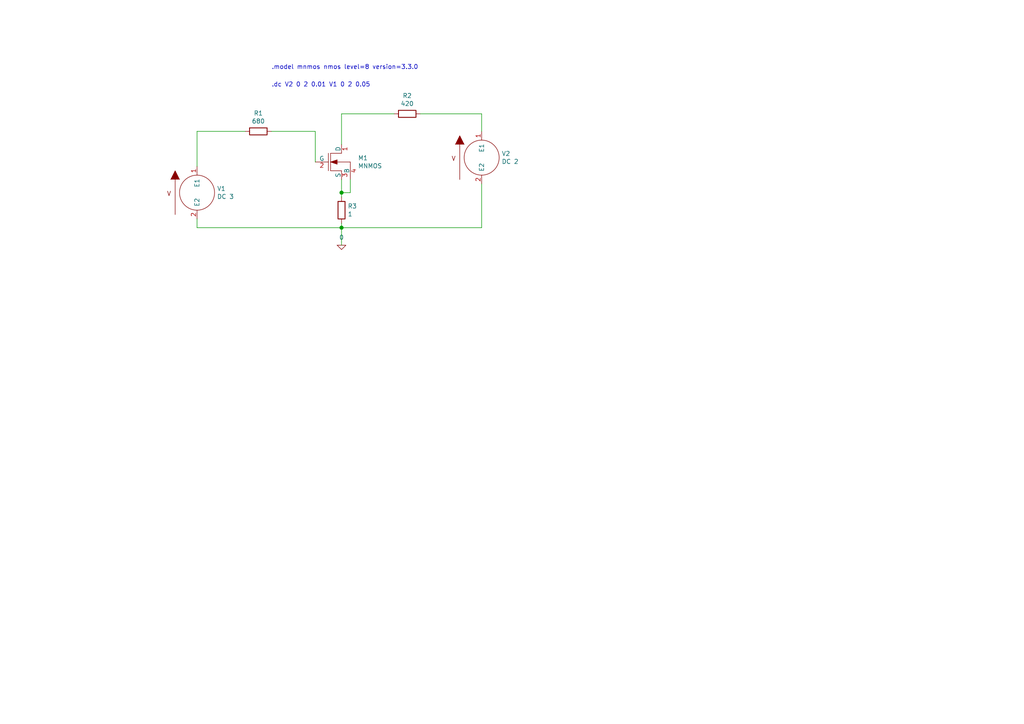
<source format=kicad_sch>
(kicad_sch (version 20211123) (generator eeschema)
  (paper "A4")
  (lib_symbols
    (symbol "MOSFET-rescue:0-pspice" (power) (pin_names (offset 0))
      (property "Value" "0-pspice" (at 0 -1.778 0))
      (symbol "0-pspice_0_1"
        (polyline (pts (xy -1.27 0) (xy 0 -1.27) (xy 1.27 0) (xy -1.27 0)))
      )
      (symbol "0-pspice_1_1"
        (pin power_in line (at 0 0 0) (length 0) hide (name "0") (number "1"))
      )
    )
    (symbol "MOSFET-rescue:MNMOS-pspice" (pin_names (offset 0))
      (property "Reference" "M" (at 7.62 1.27 0))
      (property "Value" "MNMOS-pspice" (at 7.62 -1.27 0))
      (symbol "MNMOS-pspice_0_1"
        (polyline (pts (xy -1.27 -2.54) (xy -1.27 2.54)))
        (polyline (pts (xy -0.635 -2.54) (xy 2.54 -2.54)))
        (polyline (pts (xy 2.54 2.54) (xy -0.635 2.54)))
        (polyline (pts (xy 5.08 0) (xy -0.635 0)))
        (polyline (pts (xy -0.635 0) (xy 1.27 0.635) (xy 1.27 -0.635) (xy -0.635 0)) (fill (type outline)))
      )
      (symbol "MNMOS-pspice_1_1"
        (polyline (pts (xy -0.635 -2.54) (xy -0.635 2.54)))
        (pin passive line (at 2.54 5.08 270) (length 2.54) (name "D") (number "1"))
        (pin input line (at -5.08 0 0) (length 3.81) (name "G") (number "2"))
        (pin passive line (at 2.54 -5.08 90) (length 2.54) (name "S") (number "3"))
        (pin input line (at 5.08 -5.08 90) (length 5.08) (name "B") (number "4"))
      )
    )
    (symbol "MOSFET-rescue:R-Device" (pin_numbers hide) (pin_names (offset 0))
      (property "Reference" "R" (at 2.032 0 90))
      (property "Value" "R-Device" (at 0 0 90))
      (symbol "R-Device_0_1"
        (rectangle (start -1.016 -2.54) (end 1.016 2.54) (stroke (width 0.254)))
      )
      (symbol "R-Device_1_1"
        (pin passive line (at 0 3.81 270) (length 1.27) (name "~") (number "1"))
        (pin passive line (at 0 -3.81 90) (length 1.27) (name "~") (number "2"))
      )
    )
    (symbol "MOSFET-rescue:VSOURCE-pspice" (pin_names (offset 1.016))
      (property "Reference" "V" (at -6.35 7.62 0))
      (property "Value" "VSOURCE-pspice" (at 0 0 0))
      (symbol "VSOURCE-pspice_0_1"
        (polyline (pts (xy -6.35 -6.35) (xy -6.35 3.81)) (fill (type outline)))
        (polyline (pts (xy -7.62 3.81) (xy -6.35 6.35) (xy -5.08 3.81)) (fill (type outline)))
        (circle (center 0 0) (radius 5.08))
        (text "V" (at -8.128 -0.254 0) (effects (font (size 1.27 1.27))))
      )
      (symbol "VSOURCE-pspice_1_1"
        (pin input line (at 0 7.62 270) (length 2.54) (name "E1") (number "1"))
        (pin input line (at 0 -7.62 90) (length 2.54) (name "E2") (number "2"))
      )
    )
  )
  (junction (at 99.06 55.88) (diameter 1.016))
  (junction (at 99.06 66.04) (diameter 1.016))
  (wire (pts (xy 139.7 33.02) (xy 139.7 38.1)))
  (wire (pts (xy 99.06 52.07) (xy 99.06 55.88)))
  (wire (pts (xy 57.15 48.26) (xy 57.15 38.1)))
  (wire (pts (xy 99.06 66.04) (xy 139.7 66.04)))
  (wire (pts (xy 78.74 38.1) (xy 91.44 38.1)))
  (wire (pts (xy 121.92 33.02) (xy 139.7 33.02)))
  (wire (pts (xy 99.06 33.02) (xy 99.06 41.91)))
  (wire (pts (xy 99.06 57.15) (xy 99.06 55.88)))
  (wire (pts (xy 99.06 33.02) (xy 114.3 33.02)))
  (wire (pts (xy 101.6 52.07) (xy 101.6 55.88)))
  (wire (pts (xy 99.06 64.77) (xy 99.06 66.04)))
  (wire (pts (xy 57.15 66.04) (xy 99.06 66.04)))
  (wire (pts (xy 57.15 63.5) (xy 57.15 66.04)))
  (wire (pts (xy 91.44 38.1) (xy 91.44 46.99)))
  (wire (pts (xy 99.06 66.04) (xy 99.06 71.12)))
  (wire (pts (xy 57.15 38.1) (xy 71.12 38.1)))
  (wire (pts (xy 139.7 53.34) (xy 139.7 66.04)))
  (wire (pts (xy 101.6 55.88) (xy 99.06 55.88)))
  (text ".model mnmos nmos level=8 version=3.3.0" (at 78.74 20.32 0) (effects (font (size 1.27 1.27)) (justify left bottom)))
  (text ".dc V2 0 2 0.01 V1 0 2 0.05" (at 78.74 25.4 0) (effects (font (size 1.27 1.27)) (justify left bottom)))
  (symbol (lib_id "MOSFET-rescue:VSOURCE-pspice") (at 57.15 55.88 0) (unit 1)
    (property "Reference" "V1" (at 62.9412 54.7116 0) (effects (justify left)))
    (property "Value" "DC 3" (at 62.9412 57.023 0) (effects (justify left)))
  )
  (symbol (lib_id "MOSFET-rescue:VSOURCE-pspice") (at 139.7 45.72 0) (unit 1)
    (property "Reference" "V2" (at 145.4912 44.5516 0) (effects (justify left)))
    (property "Value" "DC 2" (at 145.4912 46.863 0) (effects (justify left)))
  )
  (symbol (lib_id "MOSFET-rescue:R-Device") (at 74.93 38.1 270) (unit 1)
    (property "Reference" "R1" (at 74.93 32.8422 90))
    (property "Value" "680" (at 74.93 35.1536 90))
  )
  (symbol (lib_id "MOSFET-rescue:R-Device") (at 118.11 33.02 90) (unit 1)
    (property "Reference" "R2" (at 118.11 27.7622 90))
    (property "Value" "420" (at 118.11 30.0736 90))
  )
  (symbol (lib_id "MOSFET-rescue:0-pspice") (at 99.06 71.12 0) (unit 1)
    (property "Reference" "#GND01" (effects hide))
    (property "Value" "0" (at 99.06 68.8594 0))
  )
  (symbol (lib_id "MOSFET-rescue:MNMOS-pspice") (at 96.52 46.99 0) (unit 1)
    (property "Reference" "M1" (at 103.8352 45.8216 0) (effects (justify left)))
    (property "Value" "MNMOS" (at 103.8352 48.133 0) (effects (justify left)))
  )
  (symbol (lib_id "MOSFET-rescue:R-Device") (at 99.06 60.96 0) (unit 1)
    (property "Reference" "R3" (at 100.838 59.7916 0) (effects (justify left)))
    (property "Value" "1" (at 100.838 62.103 0) (effects (justify left)))
  )
)
</source>
